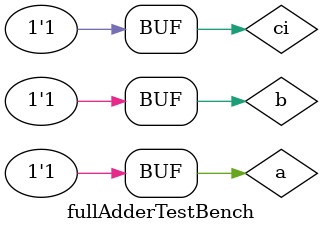
<source format=v>
`timescale 1 ns/1 ns
module fullAdderTestBench;

	// Inputs
	reg a;
	reg b;
	reg ci;

	// Outputs
	wire s;
	wire co;

	// Instantiate the Unit Under Test (UUT)
	fullAdder uut (
		.a(a), 
		.b(b), 
		.ci(ci), 
		.s(s), 
		.co(co)
	);

	initial begin
		// Initialize Inputs
		a = 1'b0; b = 1'b0; ci = 1'b0;
		#100;
		a = 1'b0; b = 1'b1; ci = 1'b0;
		#100;
		a = 1'b1; b = 1'b0; ci = 1'b0;
		#100;
		a = 1'b1; b = 1'b1; ci = 1'b0;
		#100;
		a = 1'b0; b = 1'b0; ci = 1'b1;
		#100;
		a = 1'b0; b = 1'b1; ci = 1'b1;
		#100;
		a = 1'b1; b = 1'b0; ci = 1'b1;
		#100;
		a = 1'b1; b = 1'b1; ci = 1'b1;
		#100;
        
		// Add stimulus here

	end
      
endmodule


</source>
